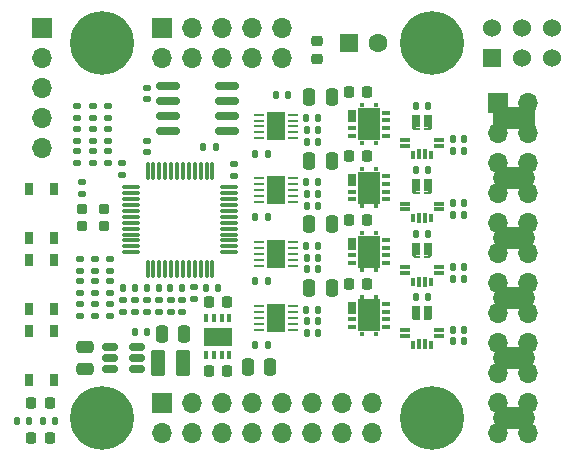
<source format=gbr>
%TF.GenerationSoftware,KiCad,Pcbnew,(7.0.0)*%
%TF.CreationDate,2023-12-15T13:48:25-05:00*%
%TF.ProjectId,ECE4760 Motor Driver,45434534-3736-4302-904d-6f746f722044,0*%
%TF.SameCoordinates,Original*%
%TF.FileFunction,Soldermask,Top*%
%TF.FilePolarity,Negative*%
%FSLAX46Y46*%
G04 Gerber Fmt 4.6, Leading zero omitted, Abs format (unit mm)*
G04 Created by KiCad (PCBNEW (7.0.0)) date 2023-12-15 13:48:25*
%MOMM*%
%LPD*%
G01*
G04 APERTURE LIST*
G04 Aperture macros list*
%AMRoundRect*
0 Rectangle with rounded corners*
0 $1 Rounding radius*
0 $2 $3 $4 $5 $6 $7 $8 $9 X,Y pos of 4 corners*
0 Add a 4 corners polygon primitive as box body*
4,1,4,$2,$3,$4,$5,$6,$7,$8,$9,$2,$3,0*
0 Add four circle primitives for the rounded corners*
1,1,$1+$1,$2,$3*
1,1,$1+$1,$4,$5*
1,1,$1+$1,$6,$7*
1,1,$1+$1,$8,$9*
0 Add four rect primitives between the rounded corners*
20,1,$1+$1,$2,$3,$4,$5,0*
20,1,$1+$1,$4,$5,$6,$7,0*
20,1,$1+$1,$6,$7,$8,$9,0*
20,1,$1+$1,$8,$9,$2,$3,0*%
%AMRotRect*
0 Rectangle, with rotation*
0 The origin of the aperture is its center*
0 $1 length*
0 $2 width*
0 $3 Rotation angle, in degrees counterclockwise*
0 Add horizontal line*
21,1,$1,$2,0,0,$3*%
G04 Aperture macros list end*
%ADD10R,0.350000X0.650000*%
%ADD11R,2.400000X1.550000*%
%ADD12R,0.650000X1.090000*%
%ADD13R,0.650000X0.440000*%
%ADD14R,1.900000X2.800000*%
%ADD15R,0.300000X0.350000*%
%ADD16RoundRect,0.135000X0.185000X-0.135000X0.185000X0.135000X-0.185000X0.135000X-0.185000X-0.135000X0*%
%ADD17RoundRect,0.140000X0.140000X0.170000X-0.140000X0.170000X-0.140000X-0.170000X0.140000X-0.170000X0*%
%ADD18C,0.800000*%
%ADD19C,5.400000*%
%ADD20RoundRect,0.140000X-0.170000X0.140000X-0.170000X-0.140000X0.170000X-0.140000X0.170000X0.140000X0*%
%ADD21R,0.800000X1.070000*%
%ADD22RotRect,0.282800X0.282800X315.000000*%
%ADD23R,0.600000X0.200000*%
%ADD24R,0.850000X0.300000*%
%ADD25R,0.300000X0.800000*%
%ADD26R,0.300000X0.850000*%
%ADD27R,0.650000X1.050000*%
%ADD28RoundRect,0.140000X-0.140000X-0.170000X0.140000X-0.170000X0.140000X0.170000X-0.140000X0.170000X0*%
%ADD29RoundRect,0.135000X-0.185000X0.135000X-0.185000X-0.135000X0.185000X-0.135000X0.185000X0.135000X0*%
%ADD30RoundRect,0.135000X0.135000X0.185000X-0.135000X0.185000X-0.135000X-0.185000X0.135000X-0.185000X0*%
%ADD31RoundRect,0.218750X-0.218750X-0.256250X0.218750X-0.256250X0.218750X0.256250X-0.218750X0.256250X0*%
%ADD32RoundRect,0.225000X-0.225000X-0.250000X0.225000X-0.250000X0.225000X0.250000X-0.225000X0.250000X0*%
%ADD33RoundRect,0.225000X0.225000X0.250000X-0.225000X0.250000X-0.225000X-0.250000X0.225000X-0.250000X0*%
%ADD34RoundRect,0.135000X-0.135000X-0.185000X0.135000X-0.185000X0.135000X0.185000X-0.135000X0.185000X0*%
%ADD35RoundRect,0.140000X0.170000X-0.140000X0.170000X0.140000X-0.170000X0.140000X-0.170000X-0.140000X0*%
%ADD36RoundRect,0.250000X-0.375000X-0.850000X0.375000X-0.850000X0.375000X0.850000X-0.375000X0.850000X0*%
%ADD37RoundRect,0.225000X0.250000X-0.225000X0.250000X0.225000X-0.250000X0.225000X-0.250000X-0.225000X0*%
%ADD38R,1.700000X1.700000*%
%ADD39O,1.700000X1.700000*%
%ADD40RoundRect,0.062500X0.362500X0.062500X-0.362500X0.062500X-0.362500X-0.062500X0.362500X-0.062500X0*%
%ADD41R,1.650000X2.380000*%
%ADD42RoundRect,0.250000X0.250000X0.475000X-0.250000X0.475000X-0.250000X-0.475000X0.250000X-0.475000X0*%
%ADD43RoundRect,0.250000X-1.550000X0.650000X-1.550000X-0.650000X1.550000X-0.650000X1.550000X0.650000X0*%
%ADD44O,3.600000X1.800000*%
%ADD45RoundRect,0.250000X-0.250000X-0.475000X0.250000X-0.475000X0.250000X0.475000X-0.250000X0.475000X0*%
%ADD46R,1.524000X1.524000*%
%ADD47C,1.524000*%
%ADD48RoundRect,0.150000X-0.825000X-0.150000X0.825000X-0.150000X0.825000X0.150000X-0.825000X0.150000X0*%
%ADD49RoundRect,0.200000X0.250000X-0.200000X0.250000X0.200000X-0.250000X0.200000X-0.250000X-0.200000X0*%
%ADD50R,1.600000X1.600000*%
%ADD51C,1.600000*%
%ADD52RoundRect,0.075000X-0.662500X-0.075000X0.662500X-0.075000X0.662500X0.075000X-0.662500X0.075000X0*%
%ADD53RoundRect,0.075000X-0.075000X-0.662500X0.075000X-0.662500X0.075000X0.662500X-0.075000X0.662500X0*%
%ADD54RoundRect,0.250000X0.475000X-0.250000X0.475000X0.250000X-0.475000X0.250000X-0.475000X-0.250000X0*%
%ADD55RoundRect,0.150000X-0.512500X-0.150000X0.512500X-0.150000X0.512500X0.150000X-0.512500X0.150000X0*%
G04 APERTURE END LIST*
D10*
%TO.C,U2*%
X90174999Y-65849999D03*
X89524999Y-65849999D03*
X88874999Y-65849999D03*
X88224999Y-65849999D03*
X88224999Y-68949999D03*
X88874999Y-68949999D03*
X89524999Y-68949999D03*
X90174999Y-68949999D03*
D11*
X89199999Y-67399999D03*
%TD*%
D12*
%TO.C,Q1*%
X100524999Y-48749999D03*
D13*
X100524999Y-49724999D03*
X100524999Y-50374999D03*
X103474999Y-50374999D03*
X103474999Y-49724999D03*
X103474999Y-49074999D03*
X103474999Y-48424999D03*
D14*
X101999999Y-49399999D03*
D15*
X101409999Y-50974999D03*
X102589999Y-50974999D03*
X102589999Y-47824999D03*
X101409999Y-47824999D03*
%TD*%
D16*
%TO.C,R24*%
X83200001Y-65310000D03*
X83200001Y-64290000D03*
%TD*%
D17*
%TO.C,C28*%
X110080000Y-57100000D03*
X109120000Y-57100000D03*
%TD*%
D18*
%TO.C,H2*%
X77350000Y-42545000D03*
X77943109Y-41113109D03*
X77943109Y-43976891D03*
X79375000Y-40520000D03*
D19*
X79375000Y-42545000D03*
D18*
X79375000Y-44570000D03*
X80806891Y-41113109D03*
X80806891Y-43976891D03*
X81400000Y-42545000D03*
%TD*%
D20*
%TO.C,C4*%
X87200000Y-63220000D03*
X87200000Y-64180000D03*
%TD*%
D21*
%TO.C,U6*%
X106999999Y-49179999D03*
D22*
X107199999Y-49714999D03*
D23*
X106899999Y-49814999D03*
D21*
X105999999Y-49179999D03*
D22*
X105799999Y-49714999D03*
D23*
X106099999Y-49814999D03*
D24*
X105049999Y-50729999D03*
X105049999Y-51229999D03*
D25*
X105749999Y-51979999D03*
D26*
X106249999Y-51929999D03*
X106749999Y-51929999D03*
D25*
X107249999Y-51979999D03*
D24*
X107949999Y-51229999D03*
X107949999Y-50729999D03*
%TD*%
D16*
%TO.C,R27*%
X86200000Y-65310000D03*
X86200000Y-64290000D03*
%TD*%
D27*
%TO.C,SW3*%
X73224999Y-59074999D03*
X73224999Y-54924999D03*
X75374999Y-59074999D03*
X75374999Y-54924999D03*
%TD*%
D28*
%TO.C,C32*%
X96720000Y-60700000D03*
X97680000Y-60700000D03*
%TD*%
D29*
%TO.C,R33*%
X77300000Y-47890000D03*
X77300000Y-48910000D03*
%TD*%
D30*
%TO.C,R7*%
X97710000Y-54300000D03*
X96690000Y-54300000D03*
%TD*%
D16*
%TO.C,R14*%
X78800000Y-65610000D03*
X78800000Y-64590000D03*
%TD*%
D31*
%TO.C,D1*%
X73412500Y-76000000D03*
X74987500Y-76000000D03*
%TD*%
D17*
%TO.C,C20*%
X110080000Y-50700000D03*
X109120000Y-50700000D03*
%TD*%
D27*
%TO.C,SW2*%
X73224999Y-65074999D03*
X73224999Y-60924999D03*
X75374999Y-65074999D03*
X75374999Y-60924999D03*
%TD*%
D16*
%TO.C,R25*%
X85200000Y-65310000D03*
X85200000Y-64290000D03*
%TD*%
D28*
%TO.C,C36*%
X96720000Y-67100000D03*
X97680000Y-67100000D03*
%TD*%
D30*
%TO.C,R2*%
X89010000Y-51300000D03*
X87990000Y-51300000D03*
%TD*%
D16*
%TO.C,R17*%
X77500000Y-61810000D03*
X77500000Y-60790000D03*
%TD*%
D32*
%TO.C,C23*%
X100325000Y-52100000D03*
X101875000Y-52100000D03*
%TD*%
D16*
%TO.C,R16*%
X80100000Y-65610000D03*
X80100000Y-64590000D03*
%TD*%
D32*
%TO.C,C37*%
X100325000Y-62900000D03*
X101875000Y-62900000D03*
%TD*%
D33*
%TO.C,C12*%
X89975000Y-70300000D03*
X88425000Y-70300000D03*
%TD*%
D30*
%TO.C,R11*%
X97710000Y-65100000D03*
X96690000Y-65100000D03*
%TD*%
D20*
%TO.C,C2*%
X77700000Y-54320000D03*
X77700000Y-55280000D03*
%TD*%
D32*
%TO.C,C16*%
X100325000Y-46700000D03*
X101875000Y-46700000D03*
%TD*%
D30*
%TO.C,R5*%
X97710000Y-48900000D03*
X96690000Y-48900000D03*
%TD*%
D28*
%TO.C,C40*%
X106020000Y-64000000D03*
X106980000Y-64000000D03*
%TD*%
D27*
%TO.C,SW1*%
X73224999Y-71074999D03*
X73224999Y-66924999D03*
X75374999Y-71074999D03*
X75374999Y-66924999D03*
%TD*%
D12*
%TO.C,Q4*%
X100524999Y-64949999D03*
D13*
X100524999Y-65924999D03*
X100524999Y-66574999D03*
X103474999Y-66574999D03*
X103474999Y-65924999D03*
X103474999Y-65274999D03*
X103474999Y-64624999D03*
D14*
X101999999Y-65599999D03*
D15*
X101409999Y-67174999D03*
X102589999Y-67174999D03*
X102589999Y-64024999D03*
X101409999Y-64024999D03*
%TD*%
D17*
%TO.C,C5*%
X89180000Y-63300000D03*
X88220000Y-63300000D03*
%TD*%
D28*
%TO.C,C26*%
X106020000Y-53300000D03*
X106980000Y-53300000D03*
%TD*%
D34*
%TO.C,R12*%
X92390000Y-68100000D03*
X93410000Y-68100000D03*
%TD*%
D17*
%TO.C,C41*%
X110080000Y-66800000D03*
X109120000Y-66800000D03*
%TD*%
D35*
%TO.C,C48*%
X77300000Y-52680000D03*
X77300000Y-51720000D03*
%TD*%
D16*
%TO.C,R19*%
X82200001Y-65310000D03*
X82200001Y-64290000D03*
%TD*%
D17*
%TO.C,C34*%
X110080000Y-61500000D03*
X109120000Y-61500000D03*
%TD*%
D36*
%TO.C,L1*%
X84125000Y-69600000D03*
X86275000Y-69600000D03*
%TD*%
D37*
%TO.C,RV1*%
X97600000Y-43875000D03*
X97600000Y-42325000D03*
%TD*%
D38*
%TO.C,J3*%
X84454999Y-73024999D03*
D39*
X84454999Y-75564999D03*
X86994999Y-73024999D03*
X86994999Y-75564999D03*
X89534999Y-73024999D03*
X89534999Y-75564999D03*
X92074999Y-73024999D03*
X92074999Y-75564999D03*
X94614999Y-73024999D03*
X94614999Y-75564999D03*
X97154999Y-73024999D03*
X97154999Y-75564999D03*
X99694999Y-73024999D03*
X99694999Y-75564999D03*
X102234999Y-73024999D03*
X102234999Y-75564999D03*
%TD*%
D28*
%TO.C,C15*%
X96720000Y-50900000D03*
X97680000Y-50900000D03*
%TD*%
D40*
%TO.C,U7*%
X95550000Y-56000000D03*
X95550000Y-55500000D03*
X95550000Y-55000000D03*
X95550000Y-54500000D03*
X95550000Y-54000000D03*
X92650000Y-54000000D03*
X92650000Y-54500000D03*
X92650000Y-55000000D03*
X92650000Y-55500000D03*
X92650000Y-56000000D03*
D41*
X94099999Y-54999999D03*
%TD*%
D18*
%TO.C,H1*%
X105290000Y-42545000D03*
X105883109Y-41113109D03*
X105883109Y-43976891D03*
X107315000Y-40520000D03*
D19*
X107315000Y-42545000D03*
D18*
X107315000Y-44570000D03*
X108746891Y-41113109D03*
X108746891Y-43976891D03*
X109340000Y-42545000D03*
%TD*%
D38*
%TO.C,J2*%
X84454999Y-41274999D03*
D39*
X84454999Y-43814999D03*
X86994999Y-41274999D03*
X86994999Y-43814999D03*
X89534999Y-41274999D03*
X89534999Y-43814999D03*
X92074999Y-41274999D03*
X92074999Y-43814999D03*
X94614999Y-41274999D03*
X94614999Y-43814999D03*
%TD*%
D35*
%TO.C,C47*%
X78600000Y-52680000D03*
X78600000Y-51720000D03*
%TD*%
D21*
%TO.C,U10*%
X106999999Y-59979999D03*
D22*
X107199999Y-60514999D03*
D23*
X106899999Y-60614999D03*
D21*
X105999999Y-59979999D03*
D22*
X105799999Y-60514999D03*
D23*
X106099999Y-60614999D03*
D24*
X105049999Y-61529999D03*
X105049999Y-62029999D03*
D25*
X105749999Y-62779999D03*
D26*
X106249999Y-62729999D03*
X106749999Y-62729999D03*
D25*
X107249999Y-62779999D03*
D24*
X107949999Y-62029999D03*
X107949999Y-61529999D03*
%TD*%
D42*
%TO.C,C17*%
X98850000Y-47100000D03*
X96950000Y-47100000D03*
%TD*%
D43*
%TO.C,J5*%
X114300000Y-48895000D03*
D44*
X114299999Y-53974999D03*
X114299999Y-59054999D03*
X114299999Y-64134999D03*
X114299999Y-69214999D03*
X114299999Y-74294999D03*
%TD*%
D35*
%TO.C,C6*%
X90600000Y-53780000D03*
X90600000Y-52820000D03*
%TD*%
D16*
%TO.C,R15*%
X80100000Y-61810000D03*
X80100000Y-60790000D03*
%TD*%
%TO.C,R21*%
X81200000Y-65310000D03*
X81200000Y-64290000D03*
%TD*%
%TO.C,R32*%
X77300000Y-50810000D03*
X77300000Y-49790000D03*
%TD*%
D45*
%TO.C,C10*%
X91750000Y-70000000D03*
X93650000Y-70000000D03*
%TD*%
D34*
%TO.C,R3*%
X74390000Y-74500000D03*
X75410000Y-74500000D03*
%TD*%
D46*
%TO.C,SW4*%
X112394999Y-43814999D03*
D47*
X114935000Y-43815000D03*
X117475000Y-43815000D03*
X117475000Y-41275000D03*
X114935000Y-41275000D03*
X112395000Y-41275000D03*
%TD*%
D30*
%TO.C,R26*%
X86210001Y-63300000D03*
X85190001Y-63300000D03*
%TD*%
D21*
%TO.C,U12*%
X106999999Y-65279999D03*
D22*
X107199999Y-65814999D03*
D23*
X106899999Y-65914999D03*
D21*
X105999999Y-65279999D03*
D22*
X105799999Y-65814999D03*
D23*
X106099999Y-65914999D03*
D24*
X105049999Y-66829999D03*
X105049999Y-67329999D03*
D25*
X105749999Y-68079999D03*
D26*
X106249999Y-68029999D03*
X106749999Y-68029999D03*
D25*
X107249999Y-68079999D03*
D24*
X107949999Y-67329999D03*
X107949999Y-66829999D03*
%TD*%
D28*
%TO.C,C8*%
X82219998Y-66999999D03*
X83179998Y-66999999D03*
%TD*%
D34*
%TO.C,R6*%
X92390000Y-51900000D03*
X93410000Y-51900000D03*
%TD*%
D17*
%TO.C,C35*%
X110080000Y-62500000D03*
X109120000Y-62500000D03*
%TD*%
D33*
%TO.C,C13*%
X89975000Y-64500000D03*
X88425000Y-64500000D03*
%TD*%
D17*
%TO.C,C27*%
X110080000Y-56100000D03*
X109120000Y-56100000D03*
%TD*%
D16*
%TO.C,R22*%
X84200001Y-65310000D03*
X84200001Y-64290000D03*
%TD*%
D42*
%TO.C,C31*%
X98850000Y-57900000D03*
X96950000Y-57900000D03*
%TD*%
D29*
%TO.C,R29*%
X79900000Y-47890000D03*
X79900000Y-48910000D03*
%TD*%
D12*
%TO.C,Q3*%
X100524999Y-59549999D03*
D13*
X100524999Y-60524999D03*
X100524999Y-61174999D03*
X103474999Y-61174999D03*
X103474999Y-60524999D03*
X103474999Y-59874999D03*
X103474999Y-59224999D03*
D14*
X101999999Y-60199999D03*
D15*
X101409999Y-61774999D03*
X102589999Y-61774999D03*
X102589999Y-58624999D03*
X101409999Y-58624999D03*
%TD*%
D20*
%TO.C,C14*%
X83200000Y-46320000D03*
X83200000Y-47280000D03*
%TD*%
D28*
%TO.C,C25*%
X96720000Y-55300000D03*
X97680000Y-55300000D03*
%TD*%
D35*
%TO.C,C44*%
X80100000Y-63680000D03*
X80100000Y-62720000D03*
%TD*%
D21*
%TO.C,U8*%
X106999999Y-54579999D03*
D22*
X107199999Y-55114999D03*
D23*
X106899999Y-55214999D03*
D21*
X105999999Y-54579999D03*
D22*
X105799999Y-55114999D03*
D23*
X106099999Y-55214999D03*
D24*
X105049999Y-56129999D03*
X105049999Y-56629999D03*
D25*
X105749999Y-57379999D03*
D26*
X106249999Y-57329999D03*
X106749999Y-57329999D03*
D25*
X107249999Y-57379999D03*
D24*
X107949999Y-56629999D03*
X107949999Y-56129999D03*
%TD*%
D35*
%TO.C,C45*%
X77500000Y-63680000D03*
X77500000Y-62720000D03*
%TD*%
D28*
%TO.C,C19*%
X106020000Y-47900000D03*
X106980000Y-47900000D03*
%TD*%
D34*
%TO.C,R8*%
X92390000Y-57300000D03*
X93410000Y-57300000D03*
%TD*%
D16*
%TO.C,R30*%
X78600000Y-50810000D03*
X78600000Y-49790000D03*
%TD*%
D28*
%TO.C,C39*%
X96720000Y-66100000D03*
X97680000Y-66100000D03*
%TD*%
D16*
%TO.C,R13*%
X78800000Y-61810000D03*
X78800000Y-60790000D03*
%TD*%
D48*
%TO.C,U4*%
X85025000Y-46195000D03*
X85025000Y-47465000D03*
X85025000Y-48735000D03*
X85025000Y-50005000D03*
X89975000Y-50005000D03*
X89975000Y-48735000D03*
X89975000Y-47465000D03*
X89975000Y-46195000D03*
%TD*%
D18*
%TO.C,H4*%
X77350000Y-74295000D03*
X77943109Y-72863109D03*
X77943109Y-75726891D03*
X79375000Y-72270000D03*
D19*
X79375000Y-74295000D03*
D18*
X79375000Y-76320000D03*
X80806891Y-72863109D03*
X80806891Y-75726891D03*
X81400000Y-74295000D03*
%TD*%
D28*
%TO.C,C18*%
X96720000Y-49900000D03*
X97680000Y-49900000D03*
%TD*%
D42*
%TO.C,C38*%
X98850000Y-63300000D03*
X96950000Y-63300000D03*
%TD*%
D49*
%TO.C,X1*%
X77675000Y-58025000D03*
X79525000Y-58025000D03*
X79525000Y-56575000D03*
X77675000Y-56575000D03*
%TD*%
D50*
%TO.C,C1*%
X100267887Y-42544999D03*
D51*
X102767888Y-42545000D03*
%TD*%
D52*
%TO.C,U3*%
X81837500Y-54750000D03*
X81837500Y-55250000D03*
X81837500Y-55750000D03*
X81837500Y-56250000D03*
X81837500Y-56750000D03*
X81837500Y-57250000D03*
X81837500Y-57750000D03*
X81837500Y-58250000D03*
X81837500Y-58750000D03*
X81837500Y-59250000D03*
X81837500Y-59750000D03*
X81837500Y-60250000D03*
D53*
X83250000Y-61662500D03*
X83750000Y-61662500D03*
X84250000Y-61662500D03*
X84750000Y-61662500D03*
X85250000Y-61662500D03*
X85750000Y-61662500D03*
X86250000Y-61662500D03*
X86750000Y-61662500D03*
X87250000Y-61662500D03*
X87750000Y-61662500D03*
X88250000Y-61662500D03*
X88750000Y-61662500D03*
D52*
X90162500Y-60250000D03*
X90162500Y-59750000D03*
X90162500Y-59250000D03*
X90162500Y-58750000D03*
X90162500Y-58250000D03*
X90162500Y-57750000D03*
X90162500Y-57250000D03*
X90162500Y-56750000D03*
X90162500Y-56250000D03*
X90162500Y-55750000D03*
X90162500Y-55250000D03*
X90162500Y-54750000D03*
D53*
X88750000Y-53337500D03*
X88250000Y-53337500D03*
X87750000Y-53337500D03*
X87250000Y-53337500D03*
X86750000Y-53337500D03*
X86250000Y-53337500D03*
X85750000Y-53337500D03*
X85250000Y-53337500D03*
X84750000Y-53337500D03*
X84250000Y-53337500D03*
X83750000Y-53337500D03*
X83250000Y-53337500D03*
%TD*%
D35*
%TO.C,C43*%
X78800000Y-63680000D03*
X78800000Y-62720000D03*
%TD*%
D16*
%TO.C,R28*%
X79900000Y-50810000D03*
X79900000Y-49790000D03*
%TD*%
D18*
%TO.C,H3*%
X105290000Y-74295000D03*
X105883109Y-72863109D03*
X105883109Y-75726891D03*
X107315000Y-72270000D03*
D19*
X107315000Y-74295000D03*
D18*
X107315000Y-76320000D03*
X108746891Y-72863109D03*
X108746891Y-75726891D03*
X109340000Y-74295000D03*
%TD*%
D34*
%TO.C,R10*%
X92390000Y-62700000D03*
X93410000Y-62700000D03*
%TD*%
D35*
%TO.C,C7*%
X83200000Y-51780000D03*
X83200000Y-50820000D03*
%TD*%
%TO.C,C3*%
X81100000Y-53680000D03*
X81100000Y-52720000D03*
%TD*%
D34*
%TO.C,R23*%
X83190000Y-63300000D03*
X84210000Y-63300000D03*
%TD*%
D17*
%TO.C,C21*%
X110080000Y-51700000D03*
X109120000Y-51700000D03*
%TD*%
D38*
%TO.C,J1*%
X74294999Y-41274999D03*
D39*
X74294999Y-43814999D03*
X74294999Y-46354999D03*
X74294999Y-48894999D03*
X74294999Y-51434999D03*
%TD*%
D40*
%TO.C,U5*%
X95550000Y-50600000D03*
X95550000Y-50100000D03*
X95550000Y-49600000D03*
X95550000Y-49100000D03*
X95550000Y-48600000D03*
X92650000Y-48600000D03*
X92650000Y-49100000D03*
X92650000Y-49600000D03*
X92650000Y-50100000D03*
X92650000Y-50600000D03*
D41*
X94099999Y-49599999D03*
%TD*%
D28*
%TO.C,C22*%
X96720000Y-56300000D03*
X97680000Y-56300000D03*
%TD*%
D17*
%TO.C,C42*%
X110080000Y-67800000D03*
X109120000Y-67800000D03*
%TD*%
D34*
%TO.C,R20*%
X81190000Y-63300000D03*
X82210000Y-63300000D03*
%TD*%
D30*
%TO.C,R9*%
X97710000Y-59700000D03*
X96690000Y-59700000D03*
%TD*%
D28*
%TO.C,C29*%
X96720000Y-61700000D03*
X97680000Y-61700000D03*
%TD*%
D42*
%TO.C,C11*%
X86349999Y-67200000D03*
X84449999Y-67200000D03*
%TD*%
D32*
%TO.C,C30*%
X100325000Y-57500000D03*
X101875000Y-57500000D03*
%TD*%
D28*
%TO.C,C33*%
X106020000Y-58700000D03*
X106980000Y-58700000D03*
%TD*%
D42*
%TO.C,C24*%
X98850000Y-52500000D03*
X96950000Y-52500000D03*
%TD*%
D30*
%TO.C,R1*%
X95110000Y-46900000D03*
X94090000Y-46900000D03*
%TD*%
D16*
%TO.C,R18*%
X77500000Y-65610000D03*
X77500000Y-64590000D03*
%TD*%
D40*
%TO.C,U9*%
X95550000Y-61400000D03*
X95550000Y-60900000D03*
X95550000Y-60400000D03*
X95550000Y-59900000D03*
X95550000Y-59400000D03*
X92650000Y-59400000D03*
X92650000Y-59900000D03*
X92650000Y-60400000D03*
X92650000Y-60900000D03*
X92650000Y-61400000D03*
D41*
X94099999Y-60399999D03*
%TD*%
D34*
%TO.C,R4*%
X72190000Y-74500000D03*
X73210000Y-74500000D03*
%TD*%
D35*
%TO.C,C46*%
X79900000Y-52680000D03*
X79900000Y-51720000D03*
%TD*%
D12*
%TO.C,Q2*%
X100524999Y-54149999D03*
D13*
X100524999Y-55124999D03*
X100524999Y-55774999D03*
X103474999Y-55774999D03*
X103474999Y-55124999D03*
X103474999Y-54474999D03*
X103474999Y-53824999D03*
D14*
X101999999Y-54799999D03*
D15*
X101409999Y-56374999D03*
X102589999Y-56374999D03*
X102589999Y-53224999D03*
X101409999Y-53224999D03*
%TD*%
D54*
%TO.C,C9*%
X78000000Y-70150000D03*
X78000000Y-68250000D03*
%TD*%
D40*
%TO.C,U11*%
X95550000Y-66800000D03*
X95550000Y-66300000D03*
X95550000Y-65800000D03*
X95550000Y-65300000D03*
X95550000Y-64800000D03*
X92650000Y-64800000D03*
X92650000Y-65300000D03*
X92650000Y-65800000D03*
X92650000Y-66300000D03*
X92650000Y-66800000D03*
D41*
X94099999Y-65799999D03*
%TD*%
D29*
%TO.C,R31*%
X78600000Y-47890000D03*
X78600000Y-48910000D03*
%TD*%
D31*
%TO.C,D2*%
X73412500Y-73000000D03*
X74987500Y-73000000D03*
%TD*%
D55*
%TO.C,U1*%
X80062499Y-68250000D03*
X80062499Y-69200000D03*
X80062499Y-70150000D03*
X82337499Y-70150000D03*
X82337499Y-69200000D03*
X82337499Y-68250000D03*
%TD*%
D38*
%TO.C,J4*%
X112902999Y-47624999D03*
D39*
X115442999Y-47624999D03*
X112902999Y-50164999D03*
X115442999Y-50164999D03*
X112902999Y-52704999D03*
X115442999Y-52704999D03*
X112902999Y-55244999D03*
X115442999Y-55244999D03*
X112902999Y-57784999D03*
X115442999Y-57784999D03*
X112902999Y-60324999D03*
X115442999Y-60324999D03*
X112902999Y-62864999D03*
X115442999Y-62864999D03*
X112902999Y-65404999D03*
X115442999Y-65404999D03*
X112902999Y-67944999D03*
X115442999Y-67944999D03*
X112902999Y-70484999D03*
X115442999Y-70484999D03*
X112902999Y-73024999D03*
X115442999Y-73024999D03*
X112902999Y-75564999D03*
X115442999Y-75564999D03*
%TD*%
M02*

</source>
